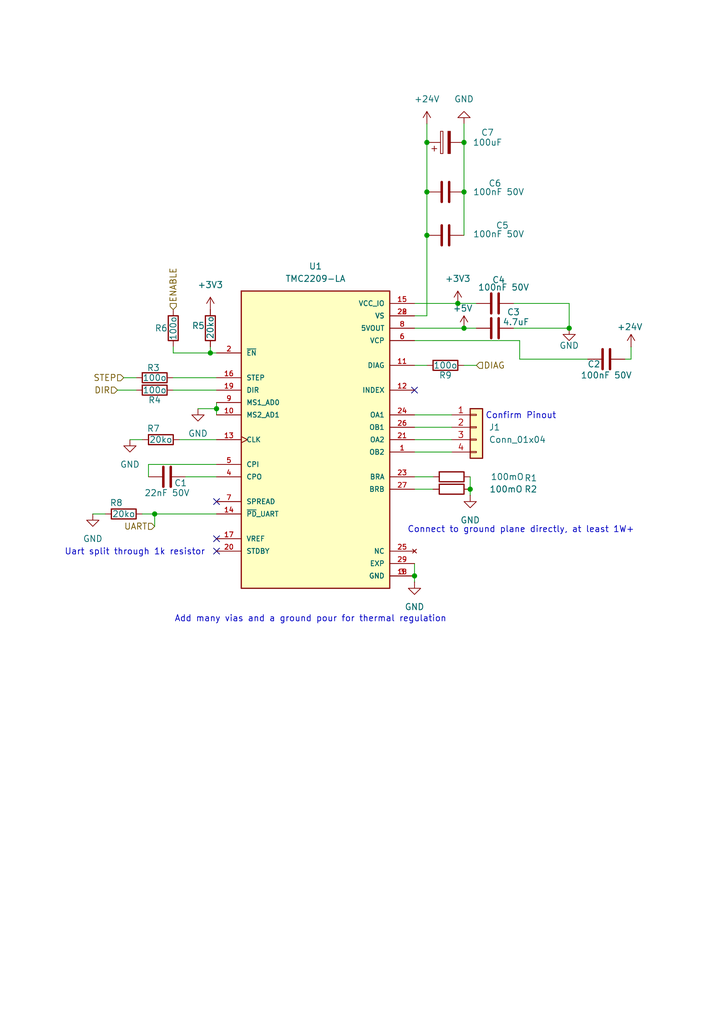
<source format=kicad_sch>
(kicad_sch (version 20250114) (generator "eeschema") (generator_version "9.0")
  (paper "A5" portrait)
  (lib_symbols
    (symbol "Connector_Generic:Conn_01x04" (pin_names (offset 1.016) (hide yes))
      (property "Reference" "J" (at 0 5.08 0))
      (property "Value" "Conn_01x04" (at 0 -7.62 0))
      (symbol "Conn_01x04_1_1"
        (rectangle (start -1.27 3.81) (end 1.27 -6.35) (stroke (width 0.254)) (fill (type background)))
        (rectangle (start -1.27 2.667) (end 0 2.413) (stroke (width 0.1524)))
        (rectangle (start -1.27 0.127) (end 0 -0.127) (stroke (width 0.1524)))
        (rectangle (start -1.27 -2.413) (end 0 -2.667) (stroke (width 0.1524)))
        (rectangle (start -1.27 -4.953) (end 0 -5.207) (stroke (width 0.1524)))
        (pin passive line (at -5.08 2.54 0) (length 3.81) (name "Pin_1") (number "1"))
        (pin passive line (at -5.08 0 0) (length 3.81) (name "Pin_2") (number "2"))
        (pin passive line (at -5.08 -2.54 0) (length 3.81) (name "Pin_3") (number "3"))
        (pin passive line (at -5.08 -5.08 0) (length 3.81) (name "Pin_4") (number "4"))
      )
    )
    (symbol "Device:C" (pin_numbers (hide yes)) (pin_names (offset 0.254))
      (property "Reference" "C" (at 0.635 2.54 0))
      (property "Value" "C" (at 0.635 -2.54 0))
      (symbol "C_0_1"
        (polyline (pts (xy -2.032 0.762) (xy 2.032 0.762)) (stroke (width 0.508)))
        (polyline (pts (xy -2.032 -0.762) (xy 2.032 -0.762)) (stroke (width 0.508)))
      )
      (symbol "C_1_1"
        (pin passive line (at 0 3.81 270) (length 2.794) (name "~") (number "1"))
        (pin passive line (at 0 -3.81 90) (length 2.794) (name "~") (number "2"))
      )
    )
    (symbol "Device:C_Polarized" (pin_numbers (hide yes)) (pin_names (offset 0.254))
      (property "Reference" "C" (at 0.635 2.54 0))
      (property "Value" "C_Polarized" (at 0.635 -2.54 0))
      (symbol "C_Polarized_0_1"
        (rectangle (start -2.286 0.508) (end 2.286 1.016))
        (polyline (pts (xy -1.778 2.286) (xy -0.762 2.286)))
        (polyline (pts (xy -1.27 2.794) (xy -1.27 1.778)))
        (rectangle (start 2.286 -0.508) (end -2.286 -1.016) (fill (type outline)))
      )
      (symbol "C_Polarized_1_1"
        (pin passive line (at 0 3.81 270) (length 2.794) (name "~") (number "1"))
        (pin passive line (at 0 -3.81 90) (length 2.794) (name "~") (number "2"))
      )
    )
    (symbol "Device:R" (pin_numbers (hide yes)) (pin_names (offset 0))
      (property "Reference" "R" (at 2.032 0 90))
      (property "Value" "R" (at 0 0 90))
      (symbol "R_0_1"
        (rectangle (start -1.016 -2.54) (end 1.016 2.54) (stroke (width 0.254)))
      )
      (symbol "R_1_1"
        (pin passive line (at 0 3.81 270) (length 1.27) (name "~") (number "1"))
        (pin passive line (at 0 -3.81 90) (length 1.27) (name "~") (number "2"))
      )
    )
    (symbol "TMC2209-LA:TMC2209-LA" (pin_names (offset 1.016))
      (property "Reference" "U" (at -15.24 30.48 0))
      (property "Value" "TMC2209-LA" (at -15.24 -33.02 0))
      (symbol "TMC2209-LA_0_0"
        (rectangle (start -15.24 -30.48) (end 15.24 30.48) (stroke (width 0.254)) (fill (type background)))
        (pin input line (at -20.32 17.78 0) (length 5.08) (name "~{EN}") (number "2"))
        (pin input line (at -20.32 12.7 0) (length 5.08) (name "STEP") (number "16"))
        (pin input line (at -20.32 10.16 0) (length 5.08) (name "DIR") (number "19"))
        (pin input line (at -20.32 7.62 0) (length 5.08) (name "MS1_AD0") (number "9"))
        (pin input line (at -20.32 5.08 0) (length 5.08) (name "MS2_AD1") (number "10"))
        (pin input clock (at -20.32 0 0) (length 5.08) (name "CLK") (number "13"))
        (pin input line (at -20.32 -5.08 0) (length 5.08) (name "CPI") (number "5"))
        (pin output line (at -20.32 -7.62 0) (length 5.08) (name "CPO") (number "4"))
        (pin input line (at -20.32 -12.7 0) (length 5.08) (name "SPREAD") (number "7"))
        (pin bidirectional line (at -20.32 -15.24 0) (length 5.08) (name "~{PD}_UART") (number "14"))
        (pin input line (at -20.32 -20.32 0) (length 5.08) (name "VREF") (number "17"))
        (pin input line (at -20.32 -22.86 0) (length 5.08) (name "STDBY") (number "20"))
        (pin power_in line (at 20.32 27.94 180) (length 5.08) (name "VCC_IO") (number "15"))
        (pin power_in line (at 20.32 25.4 180) (length 5.08) (name "VS") (number "22"))
        (pin power_in line (at 20.32 25.4 180) (length 5.08) (name "VS") (number "28"))
        (pin power_in line (at 20.32 22.86 180) (length 5.08) (name "5VOUT") (number "8"))
        (pin power_in line (at 20.32 20.32 180) (length 5.08) (name "VCP") (number "6"))
        (pin output line (at 20.32 15.24 180) (length 5.08) (name "DIAG") (number "11"))
        (pin output line (at 20.32 10.16 180) (length 5.08) (name "INDEX") (number "12"))
        (pin output line (at 20.32 5.08 180) (length 5.08) (name "OA1") (number "24"))
        (pin output line (at 20.32 2.54 180) (length 5.08) (name "OB1") (number "26"))
        (pin output line (at 20.32 0 180) (length 5.08) (name "OA2") (number "21"))
        (pin output line (at 20.32 -2.54 180) (length 5.08) (name "OB2") (number "1"))
        (pin bidirectional line (at 20.32 -7.62 180) (length 5.08) (name "BRA") (number "23"))
        (pin bidirectional line (at 20.32 -10.16 180) (length 5.08) (name "BRB") (number "27"))
        (pin no_connect line (at 20.32 -22.86 180) (length 5.08) (name "NC") (number "25"))
        (pin power_in line (at 20.32 -25.4 180) (length 5.08) (name "EXP") (number "29"))
        (pin power_in line (at 20.32 -27.94 180) (length 5.08) (name "GND") (number "18"))
        (pin power_in line (at 20.32 -27.94 180) (length 5.08) (name "GND") (number "3"))
      )
    )
    (symbol "power:+24V" (power) (pin_numbers (hide yes)) (pin_names (offset 0) (hide yes))
      (property "Value" "+24V" (at 0 3.556 0))
      (symbol "+24V_0_1"
        (polyline (pts (xy -0.762 1.27) (xy 0 2.54)))
        (polyline (pts (xy 0 2.54) (xy 0.762 1.27)))
        (polyline (pts (xy 0 0) (xy 0 2.54)))
      )
      (symbol "+24V_1_1"
        (pin power_in line (at 0 0 90) (length 0) (name "~") (number "1"))
      )
    )
    (symbol "power:+3V3" (power) (pin_numbers (hide yes)) (pin_names (offset 0) (hide yes))
      (property "Value" "+3V3" (at 0 3.556 0))
      (symbol "+3V3_0_1"
        (polyline (pts (xy -0.762 1.27) (xy 0 2.54)))
        (polyline (pts (xy 0 2.54) (xy 0.762 1.27)))
        (polyline (pts (xy 0 0) (xy 0 2.54)))
      )
      (symbol "+3V3_1_1"
        (pin power_in line (at 0 0 90) (length 0) (name "~") (number "1"))
      )
    )
    (symbol "power:+5V" (power) (pin_numbers (hide yes)) (pin_names (offset 0) (hide yes))
      (property "Value" "+5V" (at 0 3.556 0))
      (symbol "+5V_0_1"
        (polyline (pts (xy -0.762 1.27) (xy 0 2.54)))
        (polyline (pts (xy 0 2.54) (xy 0.762 1.27)))
        (polyline (pts (xy 0 0) (xy 0 2.54)))
      )
      (symbol "+5V_1_1"
        (pin power_in line (at 0 0 90) (length 0) (name "~") (number "1"))
      )
    )
    (symbol "power:GND" (power) (pin_numbers (hide yes)) (pin_names (offset 0) (hide yes))
      (property "Value" "GND" (at 0 -3.81 0))
      (symbol "GND_0_1"
        (polyline (pts (xy 0 0) (xy 0 -1.27) (xy 1.27 -1.27) (xy 0 -2.54) (xy -1.27 -1.27) (xy 0 -1.27)))
      )
      (symbol "GND_1_1"
        (pin power_in line (at 0 0 270) (length 0) (name "~") (number "1"))
      )
    )
  )
  (text "Confirm Pinout" (at 106.934 85.344 0) (effects (font (size 1.27 1.27))))
  (text "Uart split through 1k resistor" (at 27.686 113.284 0) (effects (font (size 1.27 1.27))))
  (text "Add many vias and a ground pour for thermal regulation" (at 63.754 127 0) (effects (font (size 1.27 1.27))))
  (text "Connect to ground plane directly, at least 1W+" (at 106.934 108.712 0) (effects (font (size 1.27 1.27))))
  (junction (at 95.25 29.21))
  (junction (at 85.09 118.11))
  (junction (at 87.63 39.37))
  (junction (at 31.75 105.41))
  (junction (at 116.84 67.31))
  (junction (at 93.98 62.23))
  (junction (at 44.45 83.82))
  (junction (at 95.25 39.37))
  (junction (at 95.25 67.31))
  (junction (at 87.63 29.21))
  (junction (at 96.52 100.33))
  (junction (at 43.18 72.39))
  (junction (at 87.63 48.26))
  (no_connect (at 44.45 102.87))
  (no_connect (at 44.45 113.03))
  (no_connect (at 44.45 110.49))
  (no_connect (at 85.09 80.01))
  (wire (pts (xy 87.63 25.4) (xy 87.63 29.21)))
  (wire (pts (xy 85.09 118.11) (xy 85.09 119.38)))
  (wire (pts (xy 129.54 71.12) (xy 129.54 73.66)))
  (wire (pts (xy 116.84 62.23) (xy 116.84 67.31)))
  (wire (pts (xy 85.09 67.31) (xy 95.25 67.31)))
  (wire (pts (xy 95.25 29.21) (xy 95.25 39.37)))
  (wire (pts (xy 43.18 72.39) (xy 44.45 72.39)))
  (wire (pts (xy 87.63 29.21) (xy 87.63 39.37)))
  (wire (pts (xy 44.45 97.79) (xy 38.1 97.79)))
  (wire (pts (xy 43.18 72.39) (xy 35.56 72.39)))
  (wire (pts (xy 106.68 73.66) (xy 120.65 73.66)))
  (wire (pts (xy 31.75 105.41) (xy 44.45 105.41)))
  (wire (pts (xy 40.64 83.82) (xy 44.45 83.82)))
  (wire (pts (xy 25.4 77.47) (xy 27.94 77.47)))
  (wire (pts (xy 35.56 80.01) (xy 44.45 80.01)))
  (wire (pts (xy 96.52 100.33) (xy 96.52 101.6)))
  (wire (pts (xy 26.67 90.17) (xy 29.21 90.17)))
  (wire (pts (xy 29.21 105.41) (xy 31.75 105.41)))
  (wire (pts (xy 85.09 64.77) (xy 87.63 64.77)))
  (wire (pts (xy 95.25 25.4) (xy 95.25 29.21)))
  (wire (pts (xy 24.13 80.01) (xy 27.94 80.01)))
  (wire (pts (xy 44.45 95.25) (xy 30.48 95.25)))
  (wire (pts (xy 44.45 82.55) (xy 44.45 83.82)))
  (wire (pts (xy 44.45 83.82) (xy 44.45 85.09)))
  (wire (pts (xy 96.52 97.79) (xy 96.52 100.33)))
  (wire (pts (xy 87.63 48.26) (xy 87.63 64.77)))
  (wire (pts (xy 95.25 39.37) (xy 95.25 48.26)))
  (wire (pts (xy 87.63 39.37) (xy 87.63 48.26)))
  (wire (pts (xy 85.09 90.17) (xy 92.71 90.17)))
  (wire (pts (xy 43.18 71.12) (xy 43.18 72.39)))
  (wire (pts (xy 36.83 90.17) (xy 44.45 90.17)))
  (wire (pts (xy 31.75 107.95) (xy 31.75 105.41)))
  (wire (pts (xy 95.25 67.31) (xy 97.79 67.31)))
  (wire (pts (xy 19.05 105.41) (xy 21.59 105.41)))
  (wire (pts (xy 85.09 87.63) (xy 92.71 87.63)))
  (wire (pts (xy 85.09 97.79) (xy 88.9 97.79)))
  (wire (pts (xy 93.98 62.23) (xy 97.79 62.23)))
  (wire (pts (xy 97.79 74.93) (xy 95.25 74.93)))
  (wire (pts (xy 85.09 115.57) (xy 85.09 118.11)))
  (wire (pts (xy 30.48 95.25) (xy 30.48 97.79)))
  (wire (pts (xy 35.56 72.39) (xy 35.56 71.12)))
  (wire (pts (xy 106.68 69.85) (xy 85.09 69.85)))
  (wire (pts (xy 105.41 67.31) (xy 116.84 67.31)))
  (wire (pts (xy 85.09 100.33) (xy 88.9 100.33)))
  (wire (pts (xy 106.68 73.66) (xy 106.68 69.85)))
  (wire (pts (xy 85.09 85.09) (xy 92.71 85.09)))
  (wire (pts (xy 129.54 73.66) (xy 128.27 73.66)))
  (wire (pts (xy 35.56 77.47) (xy 44.45 77.47)))
  (wire (pts (xy 85.09 92.71) (xy 92.71 92.71)))
  (wire (pts (xy 85.09 62.23) (xy 93.98 62.23)))
  (wire (pts (xy 105.41 62.23) (xy 116.84 62.23)))
  (wire (pts (xy 85.09 74.93) (xy 87.63 74.93)))
  (hierarchical_label "DIAG" (shape input) (at 97.79 74.93 0))
  (hierarchical_label "ENABLE" (shape input) (at 35.56 63.5 90))
  (hierarchical_label "DIR" (shape input) (at 24.13 80.01 180))
  (hierarchical_label "STEP" (shape input) (at 25.4 77.47 180))
  (hierarchical_label "UART" (shape input) (at 31.75 107.95 180))
  (symbol (lib_id "power:GND") (at 116.84 67.31 0) (unit 1)
    (property "Reference" "#PWR08" (effects (hide yes)))
    (property "Value" "GND" (at 116.84 70.866 0))
    (property "Description" "Power symbol creates a global label with name \"GND\" , ground" (effects (hide yes)))
  )
  (symbol (lib_id "Device:C_Polarized") (at 91.44 29.21 90) (unit 1)
    (property "Reference" "C7" (at 100.076 27.178 90))
    (property "Value" "100uF" (at 100.076 29.21 90))
    (property "Footprint" "Capacitor_SMD:CP_Elec_8x10" (effects (hide yes)))
    (property "Description" "Polarized capacitor" (effects (hide yes)))
  )
  (symbol (lib_id "Device:C") (at 34.29 97.79 90) (unit 1)
    (property "Reference" "C1" (at 37.084 99.06 90))
    (property "Value" "22nF 50V" (at 34.29 101.092 90))
    (property "Description" "Unpolarized capacitor" (effects (hide yes)))
  )
  (symbol (lib_id "Device:R") (at 33.02 90.17 90) (unit 1)
    (property "Reference" "R7" (at 31.496 87.884 90))
    (property "Value" "20ko" (at 33.02 90.17 90))
    (property "Description" "Resistor" (effects (hide yes)))
  )
  (symbol (lib_id "TMC2209-LA:TMC2209-LA") (at 64.77 90.17 0) (unit 1)
    (property "Reference" "U1" (at 64.77 54.61 0))
    (property "Value" "TMC2209-LA" (at 64.77 57.15 0))
    (property "Footprint" "TMC2209-LA:QFN50P500X500X90-29N" (effects (hide yes)))
    (property "MF" "Trinamic" (effects (hide yes)))
    (property "MAXIMUM_PACKAGE_HEIGHT" "0.90mm" (effects (hide yes)))
    (property "Package" "VFQFN-28 Trinamic" (effects (hide yes)))
    (property "Price" "None" (effects (hide yes)))
    (property "Check_prices" "https://www.snapeda.com/parts/TMC2209-LA/Trinamic/view-part/?ref=eda" (effects (hide yes)))
    (property "STANDARD" "IPC-7351B" (effects (hide yes)))
    (property "PARTREV" "1.08" (effects (hide yes)))
    (property "SnapEDA_Link" "https://www.snapeda.com/parts/TMC2209-LA/Trinamic/view-part/?ref=snap" (effects (hide yes)))
    (property "MP" "TMC2209-LA" (effects (hide yes)))
    (property "Description_1" "\n                        \n                            Motor / Motion / Ignition Controllers & Drivers Silent stepper motor driver 5 to 36V, up to 1.4A with S/D and UART Interface, 256  Steps, SpreadCycle and Stealthchop2\n                        \n" (effects (hide yes)))
    (property "MANUFACTURER" "Trinamic" (effects (hide yes)))
    (property "Availability" "Not in stock" (effects (hide yes)))
    (property "SNAPEDA_PN" "TMC2209-LA" (effects (hide yes)))
  )
  (symbol (lib_id "power:GND") (at 19.05 105.41 0) (unit 1)
    (property "Reference" "#PWR06" (effects (hide yes)))
    (property "Value" "GND" (at 19.05 110.49 0))
    (property "Description" "Power symbol creates a global label with name \"GND\" , ground" (effects (hide yes)))
  )
  (symbol (lib_id "Device:R") (at 43.18 67.31 180) (unit 1)
    (property "Reference" "R5" (at 39.37 66.802 0) (effects (justify right)))
    (property "Value" "20ko" (at 43.18 69.596 90) (effects (justify right)))
    (property "Description" "Resistor" (effects (hide yes)))
  )
  (symbol (lib_id "Device:R") (at 31.75 80.01 90) (unit 1)
    (property "Reference" "R4" (at 31.75 82.042 90))
    (property "Value" "100o" (at 31.75 80.01 90))
    (property "Description" "Resistor" (effects (hide yes)))
  )
  (symbol (lib_id "Device:C") (at 124.46 73.66 90) (unit 1)
    (property "Reference" "C2" (at 121.92 74.676 90))
    (property "Value" "100nF 50V" (at 124.46 76.962 90))
    (property "Description" "Unpolarized capacitor" (effects (hide yes)))
  )
  (symbol (lib_id "power:GND") (at 96.52 101.6 0) (unit 1)
    (property "Reference" "#PWR01" (effects (hide yes)))
    (property "Value" "GND" (at 96.52 106.68 0))
    (property "Description" "Power symbol creates a global label with name \"GND\" , ground" (effects (hide yes)))
  )
  (symbol (lib_id "power:+24V") (at 129.54 71.12 0) (unit 1)
    (property "Reference" "#PWR07" (effects (hide yes)))
    (property "Value" "+24V" (at 129.286 67.056 0))
    (property "Description" "Power symbol creates a global label with name \"+24V\"" (effects (hide yes)))
  )
  (symbol (lib_id "power:+3V3") (at 43.18 63.5 0) (unit 1)
    (property "Reference" "#PWR04" (effects (hide yes)))
    (property "Value" "+3V3" (at 43.18 58.42 0))
    (property "Description" "Power symbol creates a global label with name \"+3V3\"" (effects (hide yes)))
  )
  (symbol (lib_id "power:GND") (at 95.25 25.4 180) (unit 1)
    (property "Reference" "#PWR012" (effects (hide yes)))
    (property "Value" "GND" (at 95.25 20.32 0))
    (property "Description" "Power symbol creates a global label with name \"GND\" , ground" (effects (hide yes)))
  )
  (symbol (lib_id "power:GND") (at 26.67 90.17 0) (unit 1)
    (property "Reference" "#PWR05" (effects (hide yes)))
    (property "Value" "GND" (at 26.67 95.25 0))
    (property "Description" "Power symbol creates a global label with name \"GND\" , ground" (effects (hide yes)))
  )
  (symbol (lib_id "Device:C") (at 101.6 62.23 90) (unit 1)
    (property "Reference" "C4" (at 102.362 57.404 90))
    (property "Value" "100nF 50V" (at 103.378 58.928 90))
    (property "Description" "Unpolarized capacitor" (effects (hide yes)))
  )
  (symbol (lib_id "Device:R") (at 35.56 67.31 0) (unit 1)
    (property "Reference" "R6" (at 31.75 67.31 0) (effects (justify left)))
    (property "Value" "100o" (at 35.56 69.85 90) (effects (justify left)))
    (property "Description" "Resistor" (effects (hide yes)))
  )
  (symbol (lib_id "Device:R") (at 92.71 97.79 90) (unit 1)
    (property "Reference" "R1" (at 108.966 98.044 90))
    (property "Value" "100mO" (at 104.14 97.79 90))
    (property "Description" "Resistor" (effects (hide yes)))
  )
  (symbol (lib_id "Device:R") (at 91.44 74.93 90) (unit 1)
    (property "Reference" "R9" (at 91.44 76.962 90))
    (property "Value" "100o" (at 91.44 74.93 90))
    (property "Description" "Resistor" (effects (hide yes)))
  )
  (symbol (lib_id "power:GND") (at 85.09 119.38 0) (unit 1)
    (property "Reference" "#PWR02" (effects (hide yes)))
    (property "Value" "GND" (at 85.09 124.46 0))
    (property "Description" "Power symbol creates a global label with name \"GND\" , ground" (effects (hide yes)))
  )
  (symbol (lib_id "Device:R") (at 25.4 105.41 90) (unit 1)
    (property "Reference" "R8" (at 23.876 103.124 90))
    (property "Value" "20ko" (at 25.4 105.41 90))
    (property "Description" "Resistor" (effects (hide yes)))
  )
  (symbol (lib_id "Device:C") (at 91.44 39.37 90) (unit 1)
    (property "Reference" "C6" (at 101.6 37.592 90))
    (property "Value" "100nF 50V" (at 102.362 39.37 90))
    (property "Description" "Unpolarized capacitor" (effects (hide yes)))
  )
  (symbol (lib_id "Device:R") (at 31.75 77.47 90) (unit 1)
    (property "Reference" "R3" (at 31.496 75.438 90))
    (property "Value" "100o" (at 31.75 77.47 90))
    (property "Description" "Resistor" (effects (hide yes)))
  )
  (symbol (lib_id "Device:R") (at 92.71 100.33 90) (unit 1)
    (property "Reference" "R2" (at 108.966 100.33 90))
    (property "Value" "100mO" (at 103.886 100.33 90))
    (property "Description" "Resistor" (effects (hide yes)))
  )
  (symbol (lib_id "power:+3V3") (at 93.98 62.23 0) (unit 1)
    (property "Reference" "#PWR010" (effects (hide yes)))
    (property "Value" "+3V3" (at 93.98 57.15 0))
    (property "Description" "Power symbol creates a global label with name \"+3V3\"" (effects (hide yes)))
  )
  (symbol (lib_id "power:+5V") (at 95.25 67.31 0) (unit 1)
    (property "Reference" "#PWR09" (effects (hide yes)))
    (property "Value" "+5V" (at 94.996 63.246 0))
    (property "Description" "Power symbol creates a global label with name \"+5V\"" (effects (hide yes)))
  )
  (symbol (lib_id "Device:C") (at 91.44 48.26 90) (unit 1)
    (property "Reference" "C5" (at 103.124 46.228 90))
    (property "Value" "100nF 50V" (at 102.362 48.006 90))
    (property "Description" "Unpolarized capacitor" (effects (hide yes)))
  )
  (symbol (lib_id "power:GND") (at 40.64 83.82 0) (unit 1)
    (property "Reference" "#PWR03" (effects (hide yes)))
    (property "Value" "GND" (at 40.64 88.9 0))
    (property "Description" "Power symbol creates a global label with name \"GND\" , ground" (effects (hide yes)))
  )
  (symbol (lib_id "Connector_Generic:Conn_01x04") (at 97.79 87.63 0) (unit 1)
    (property "Reference" "J1" (at 100.33 87.6299 0) (effects (justify left)))
    (property "Value" "Conn_01x04" (at 100.33 90.1699 0) (effects (justify left)))
    (property "Description" "Generic connector, single row, 01x04, script generated (kicad-library-utils/schlib/autogen/connector/)" (effects (hide yes)))
  )
  (symbol (lib_id "power:+24V") (at 87.63 25.4 0) (unit 1)
    (property "Reference" "#PWR011" (effects (hide yes)))
    (property "Value" "+24V" (at 87.63 20.32 0))
    (property "Description" "Power symbol creates a global label with name \"+24V\"" (effects (hide yes)))
  )
  (symbol (lib_id "Device:C") (at 101.6 67.31 90) (unit 1)
    (property "Reference" "C3" (at 105.41 64.008 90))
    (property "Value" "4.7uF" (at 105.918 66.04 90))
    (property "Description" "Unpolarized capacitor" (effects (hide yes)))
  )
)
</source>
